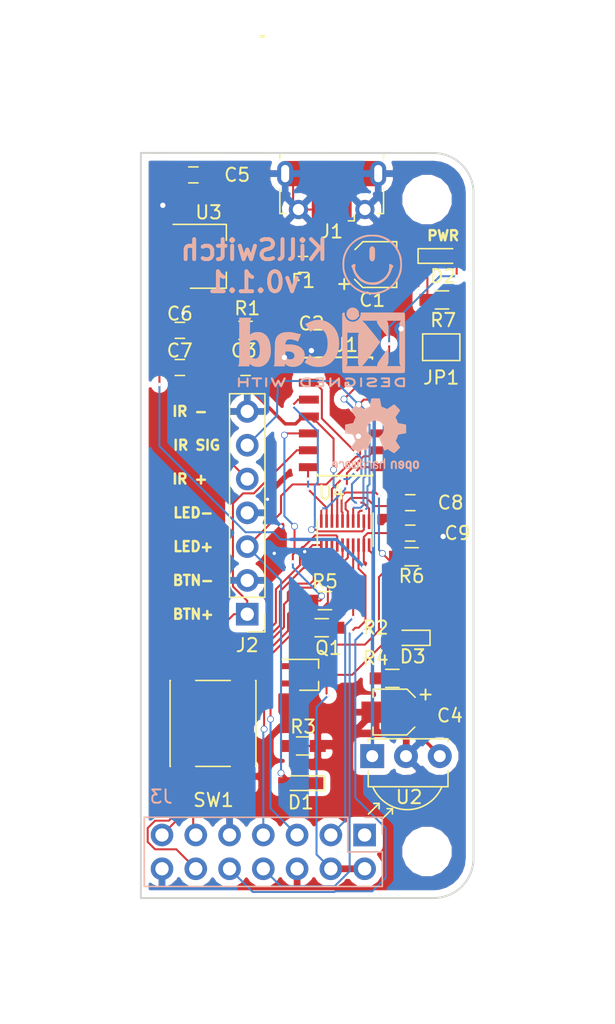
<source format=kicad_pcb>
(kicad_pcb (version 20171130) (host pcbnew 5.0.2-bee76a0~70~ubuntu14.04.1)
  (title_block (title "KillSwitch for Pi 3") (date 2019-03-30) (rev 0.5.6))
  (layers (0 F.Cu signal) (31 B.Cu signal) (34 B.Paste user) (35 F.Paste user) (36 B.SilkS user) (37 F.SilkS user) (38 B.Mask user) (39 F.Mask user) (44 Edge.Cuts user))
  (net 0 "")
  (net 1 GND)
  (net 2 "Net-(D1-Pad1)")
  (net 3 +5V)
  (net 4 "Net-(Q1-Pad1)")
  (net 5 "Net-(C1-Pad1)")
  (net 6 VOUT)
  (net 7 LED)
  (net 8 BTN)
  (net 9 "Net-(C4-Pad1)")
  (net 10 "Net-(R5-Pad1)")
  (net 11 RST_A)
  (net 12 +3V3)
  (net 13 FB_P)
  (net 14 TR_P)
  (net 15 RST_P)
  (net 16 RX_P)
  (net 17 TX_P)
  (net 18 MOSI_P)
  (net 19 MISO_P)
  (net 20 SCK_P)
  (net 21 "Net-(R6-Pad2)")
  (net 22 MISO_A)
  (net 23 MOSI_A)
  (net 24 RX_A)
  (net 25 TX_A)
  (net 26 SCK_A)
  (net 27 TR_A)
  (net 28 FB_A)
  (net 29 IR)
  (net 30 "Net-(D2-Pad1)")
  (net 31 "Net-(JP1-Pad1)")
  (module Jumper:SolderJumper-2_P1.3mm_Bridged2Bar_Pad1.0x1.5mm (layer F.Cu) (at 157.572 83.598 180)
    (fp_text reference JP1 (at 0 -2.286 180) (layer F.SilkS))
    (fp_text value Jumper_NO_Small)
    (pad 1 smd rect (at -0.65 0 180) (size 1 1.5) (layers F.Cu F.Mask) (net 31 "Net-(JP1-Pad1)"))
    (pad 2 smd rect (at 0.65 0 180) (size 1 1.5) (layers F.Cu F.Mask) (net 1 GND))
  )
  (module Housings_SON:USON-20_2x4mm_Pitch0.4mm (layer F.Cu) (at 150.348 97.568 270)
    (fp_text reference U4 (at -3.048 1.016) (layer F.SilkS))
    (fp_text value TXB0108DQSR)
    (pad 20 smd rect (at 0.9 -1.8 180) (size 0.2 1) (layers F.Cu F.Paste F.Mask) (net 17 TX_P))
    (pad 19 smd rect (at 0.9 -1.4 180) (size 0.2 1) (layers F.Cu F.Paste F.Mask) (net 12 +3V3))
    (pad 18 smd rect (at 0.9 -1 180) (size 0.2 1) (layers F.Cu F.Paste F.Mask) (net 16 RX_P))
    (pad 17 smd rect (at 0.9 -0.6 180) (size 0.2 1) (layers F.Cu F.Paste F.Mask) (net 13 FB_P))
    (pad 16 smd rect (at 0.9 -0.2 180) (size 0.2 1) (layers F.Cu F.Paste F.Mask) (net 14 TR_P))
    (pad 15 smd rect (at 0.9 0.2 180) (size 0.2 1) (layers F.Cu F.Paste F.Mask) (net 15 RST_P))
    (pad 14 smd rect (at 0.9 0.6 180) (size 0.2 1) (layers F.Cu F.Paste F.Mask) (net 19 MISO_P))
    (pad 13 smd rect (at 0.9 1 180) (size 0.2 1) (layers F.Cu F.Paste F.Mask) (net 18 MOSI_P))
    (pad 12 smd rect (at 0.9 1.4 180) (size 0.2 1) (layers F.Cu F.Paste F.Mask) (net 20 SCK_P))
    (pad 11 smd rect (at 0.9 1.8 180) (size 0.2 1) (layers F.Cu F.Paste F.Mask) (net 1 GND))
    (pad 10 smd rect (at -0.9 1.8 180) (size 0.2 1) (layers F.Cu F.Paste F.Mask) (net 26 SCK_A))
    (pad 9 smd rect (at -0.9 1.4 180) (size 0.2 1) (layers F.Cu F.Paste F.Mask) (net 23 MOSI_A))
    (pad 8 smd rect (at -0.9 1 180) (size 0.2 1) (layers F.Cu F.Paste F.Mask) (net 22 MISO_A))
    (pad 7 smd rect (at -0.9 0.6 180) (size 0.2 1) (layers F.Cu F.Paste F.Mask) (net 11 RST_A))
    (pad 6 smd rect (at -0.9 0.2 180) (size 0.2 1) (layers F.Cu F.Paste F.Mask) (net 21 "Net-(R6-Pad2)"))
    (pad 5 smd rect (at -0.9 -0.2 180) (size 0.2 1) (layers F.Cu F.Paste F.Mask) (net 3 +5V))
    (pad 4 smd rect (at -0.9 -0.6 180) (size 0.2 1) (layers F.Cu F.Paste F.Mask) (net 27 TR_A))
    (pad 3 smd rect (at -0.9 -1 180) (size 0.2 1) (layers F.Cu F.Paste F.Mask) (net 28 FB_A))
    (pad 2 smd rect (at -0.9 -1.4 180) (size 0.2 1) (layers F.Cu F.Paste F.Mask) (net 24 RX_A))
    (pad 1 smd rect (at -0.85 -1.8 180) (size 0.2 1.1) (layers F.Cu F.Paste F.Mask) (net 25 TX_A))
  )
  (module Housings_SOIC:SOIC-14_3.9x8.7mm_Pitch1.27mm (layer F.Cu) (at 150.315 88.805)
    (fp_text reference U1 (at 0 -5.375) (layer F.SilkS))
    (fp_text value ATTINY84-20SSU)
    (pad 14 smd rect (at 2.7 -3.81) (size 1.5 0.6) (layers F.Cu F.Paste F.Mask) (net 3 +5V))
    (pad 13 smd rect (at 2.7 -2.54) (size 1.5 0.6) (layers F.Cu F.Paste F.Mask) (net 28 FB_A))
    (pad 12 smd rect (at 2.7 -1.27) (size 1.5 0.6) (layers F.Cu F.Paste F.Mask) (net 29 IR))
    (pad 11 smd rect (at 2.7 0) (size 1.5 0.6) (layers F.Cu F.Paste F.Mask) (net 27 TR_A))
    (pad 10 smd rect (at 2.7 1.27) (size 1.5 0.6) (layers F.Cu F.Paste F.Mask) (net 7 LED))
    (pad 9 smd rect (at 2.7 2.54) (size 1.5 0.6) (layers F.Cu F.Paste F.Mask) (net 26 SCK_A))
    (pad 8 smd rect (at 2.7 3.81) (size 1.5 0.6) (layers F.Cu F.Paste F.Mask) (net 22 MISO_A))
    (pad 7 smd rect (at -2.7 3.81) (size 1.5 0.6) (layers F.Cu F.Paste F.Mask) (net 23 MOSI_A))
    (pad 6 smd rect (at -2.7 2.54) (size 1.5 0.6) (layers F.Cu F.Paste F.Mask) (net 8 BTN))
    (pad 5 smd rect (at -2.7 1.27) (size 1.5 0.6) (layers F.Cu F.Paste F.Mask) (net 10 "Net-(R5-Pad1)"))
    (pad 4 smd rect (at -2.7 0) (size 1.5 0.6) (layers F.Cu F.Paste F.Mask) (net 11 RST_A))
    (pad 3 smd rect (at -2.7 -1.27) (size 1.5 0.6) (layers F.Cu F.Paste F.Mask) (net 24 RX_A))
    (pad 2 smd rect (at -2.7 -2.54) (size 1.5 0.6) (layers F.Cu F.Paste F.Mask) (net 25 TX_A))
    (pad 1 smd rect (at -2.7 -3.81) (size 1.5 0.6) (layers F.Cu F.Paste F.Mask) (net 1 GND))
  )
  (module Mounting_Holes:MountingHole_2.7mm (layer F.Cu) (at 156.5 72.5)
    (fp_text reference "" (at 0 -3.7) (layer F.SilkS))
    (fp_text value MountingHole_2.7mm)
    (pad 1 np_thru_hole circle (at 0 0) (size 2.7 2.7) (drill 2.7) (layers *.Cu *.Mask))
  )
  (module Mounting_Holes:MountingHole_2.7mm (layer F.Cu) (at 156.5 121.5)
    (fp_text reference "" (at 0 -3.7) (layer F.SilkS))
    (fp_text value MountingHole_2.7mm)
    (pad 1 np_thru_hole circle (at 0 0) (size 2.7 2.7) (drill 2.7) (layers *.Cu *.Mask))
  )
  (module Buttons_Switches_SMD:SW_SPST_PTS645 (layer F.Cu) (at 140.406 111.876 270)
    (fp_text reference SW1 (at 5.758 -0.036) (layer F.SilkS))
    (fp_text value SW_Push)
    (pad 2 smd rect (at 3.98 2.25 270) (size 1.55 1.3) (layers F.Cu F.Paste F.Mask) (net 8 BTN))
    (pad 1 smd rect (at 3.98 -2.25 270) (size 1.55 1.3) (layers F.Cu F.Paste F.Mask) (net 1 GND))
    (pad 1 smd rect (at -3.98 -2.25 270) (size 1.55 1.3) (layers F.Cu F.Paste F.Mask) (net 1 GND))
    (pad 2 smd rect (at -3.98 2.25 270) (size 1.55 1.3) (layers F.Cu F.Paste F.Mask) (net 8 BTN))
  )
  (module Socket_Strips:Socket_Strip_Straight_2x07_Pitch2.54mm (layer B.Cu) (at 151.81 120.26 90)
    (fp_text reference J3 (at 2.88 -15.305 180) (layer B.SilkS) (effects (justify mirror)))
    (fp_text value PI)
    (pad 14 thru_hole oval (at -2.54 -15.24 90) (size 1.7 1.7) (drill 1) (layers *.Cu *.Mask) (net 1 GND))
    (pad 13 thru_hole oval (at 0 -15.24 90) (size 1.7 1.7) (drill 1) (layers *.Cu *.Mask) (net 20 SCK_P))
    (pad 12 thru_hole oval (at -2.54 -12.7 90) (size 1.7 1.7) (drill 1) (layers *.Cu *.Mask) (net 19 MISO_P))
    (pad 11 thru_hole oval (at 0 -12.7 90) (size 1.7 1.7) (drill 1) (layers *.Cu *.Mask) (net 18 MOSI_P))
    (pad 10 thru_hole oval (at -2.54 -10.16 90) (size 1.7 1.7) (drill 1) (layers *.Cu *.Mask) (net 17 TX_P))
    (pad 9 thru_hole oval (at 0 -10.16 90) (size 1.7 1.7) (drill 1) (layers *.Cu *.Mask) (net 1 GND))
    (pad 8 thru_hole oval (at -2.54 -7.62 90) (size 1.7 1.7) (drill 1) (layers *.Cu *.Mask) (net 16 RX_P))
    (pad 7 thru_hole oval (at 0 -7.62 90) (size 1.7 1.7) (drill 1) (layers *.Cu *.Mask) (net 15 RST_P))
    (pad 6 thru_hole oval (at -2.54 -5.08 90) (size 1.7 1.7) (drill 1) (layers *.Cu *.Mask) (net 1 GND))
    (pad 5 thru_hole oval (at 0 -5.08 90) (size 1.7 1.7) (drill 1) (layers *.Cu *.Mask) (net 14 TR_P))
    (pad 4 thru_hole oval (at -2.54 -2.54 90) (size 1.7 1.7) (drill 1) (layers *.Cu *.Mask) (net 6 VOUT))
    (pad 3 thru_hole oval (at 0 -2.54 90) (size 1.7 1.7) (drill 1) (layers *.Cu *.Mask) (net 13 FB_P))
    (pad 2 thru_hole oval (at -2.54 0 90) (size 1.7 1.7) (drill 1) (layers *.Cu *.Mask) (net 6 VOUT))
    (pad 1 thru_hole rect (at 0 0 90) (size 1.7 1.7) (drill 1) (layers *.Cu *.Mask))
  )
  (module TO_SOT_Packages_SMD:SOT-323_SC-70_Handsoldering (layer F.Cu) (at 147.614 108.221)
    (fp_text reference Q1 (at 1.464 -2.017) (layer F.SilkS))
    (fp_text value Q_PMOS_GSD)
    (pad 3 smd rect (at 1.33 0 270) (size 0.45 1.5) (layers F.Cu F.Paste F.Mask) (net 6 VOUT))
    (pad 2 smd rect (at -1.33 0.65 270) (size 0.45 1.5) (layers F.Cu F.Paste F.Mask) (net 3 +5V))
    (pad 1 smd rect (at -1.33 -0.65 270) (size 0.45 1.5) (layers F.Cu F.Paste F.Mask) (net 4 "Net-(Q1-Pad1)"))
  )
  (module TO_SOT_Packages_SMD:SOT-89-3_Handsoldering (layer F.Cu) (at 139.628 76.764)
    (fp_text reference U3 (at 0.45 -3.3) (layer F.SilkS))
    (fp_text value AZ1117-3.3)
    (pad 2 smd trapezoid (at -0.37 0 90) (size 1.5 0.75) (rect_delta 0 0.5) (layers F.Cu F.Paste F.Mask) (net 12 +3V3))
    (pad 2 smd rect (at 1.98 0 270) (size 2 4) (layers F.Cu F.Paste F.Mask) (net 12 +3V3))
    (pad 3 smd rect (at -1.98 1.5 270) (size 1 2.5) (layers F.Cu F.Paste F.Mask) (net 3 +5V))
    (pad 2 smd rect (at -1.98 0 270) (size 1 2.5) (layers F.Cu F.Paste F.Mask) (net 12 +3V3))
    (pad 1 smd rect (at -1.98 -1.5 270) (size 1 2.5) (layers F.Cu F.Paste F.Mask) (net 1 GND))
  )
  (module Capacitors_SMD:CP_Elec_3x5.3 (layer F.Cu) (at 152.495 77.375)
    (fp_text reference C1 (at -0.115 2.667) (layer F.SilkS))
    (fp_text value 10uF)
    (fp_text user + (at -2.22 1.4) (layer F.SilkS))
    (pad 1 smd rect (at -1.5 0) (size 2.2 1.6) (layers F.Cu F.Paste F.Mask) (net 5 "Net-(C1-Pad1)"))
    (pad 2 smd rect (at 1.5 0) (size 2.2 1.6) (layers F.Cu F.Paste F.Mask) (net 1 GND))
  )
  (module Capacitors_SMD:C_0603_HandSoldering (layer F.Cu) (at 150.995 81.82)
    (fp_text reference C2 (at -3.187 0) (layer F.SilkS))
    (fp_text value 10nF)
    (pad 1 smd rect (at -0.95 0) (size 1.2 0.75) (layers F.Cu F.Paste F.Mask) (net 3 +5V))
    (pad 2 smd rect (at 0.95 0) (size 1.2 0.75) (layers F.Cu F.Paste F.Mask) (net 1 GND))
  )
  (module Capacitors_SMD:C_0603_HandSoldering (layer F.Cu) (at 142.855 85.122)
    (fp_text reference C3 (at -0.127 -1.27) (layer F.SilkS))
    (fp_text value 10nF)
    (pad 2 smd rect (at 0.95 0) (size 1.2 0.75) (layers F.Cu F.Paste F.Mask) (net 1 GND))
    (pad 1 smd rect (at -0.95 0) (size 1.2 0.75) (layers F.Cu F.Paste F.Mask) (net 11 RST_A))
  )
  (module Capacitors_SMD:CP_Elec_3x5.3 (layer F.Cu) (at 154.17 111.03 180)
    (fp_text reference C4 (at -4.052 -0.254 180) (layer F.SilkS))
    (fp_text value 100uf)
    (fp_text user + (at -2.22 1.4 180) (layer F.SilkS))
    (pad 2 smd rect (at 1.5 0 180) (size 2.2 1.6) (layers F.Cu F.Paste F.Mask) (net 1 GND))
    (pad 1 smd rect (at -1.5 0 180) (size 2.2 1.6) (layers F.Cu F.Paste F.Mask) (net 9 "Net-(C4-Pad1)"))
  )
  (module Capacitors_SMD:C_0603_HandSoldering (layer F.Cu) (at 138.93 70.644 180)
    (fp_text reference C5 (at -3.29 0 180) (layer F.SilkS))
    (fp_text value 10uF)
    (pad 2 smd rect (at 0.95 0 180) (size 1.2 0.75) (layers F.Cu F.Paste F.Mask) (net 1 GND))
    (pad 1 smd rect (at -0.95 0 180) (size 1.2 0.75) (layers F.Cu F.Paste F.Mask) (net 3 +5V))
  )
  (module Capacitors_SMD:C_0603_HandSoldering (layer F.Cu) (at 137.914 82.328)
    (fp_text reference C6 (at 0 -1.25) (layer F.SilkS))
    (fp_text value 22uF)
    (pad 1 smd rect (at -0.95 0) (size 1.2 0.75) (layers F.Cu F.Paste F.Mask) (net 12 +3V3))
    (pad 2 smd rect (at 0.95 0) (size 1.2 0.75) (layers F.Cu F.Paste F.Mask) (net 1 GND))
  )
  (module Capacitors_SMD:C_0603_HandSoldering (layer F.Cu) (at 137.914 85.122)
    (fp_text reference C7 (at -0.012 -1.27) (layer F.SilkS))
    (fp_text value 0.1uF)
    (pad 2 smd rect (at 0.95 0) (size 1.2 0.75) (layers F.Cu F.Paste F.Mask) (net 1 GND))
    (pad 1 smd rect (at -0.95 0) (size 1.2 0.75) (layers F.Cu F.Paste F.Mask) (net 12 +3V3))
  )
  (module Capacitors_SMD:C_0603_HandSoldering (layer F.Cu) (at 155.24 95.282)
    (fp_text reference C8 (at 3.036 0) (layer F.SilkS))
    (fp_text value 0.1uf)
    (pad 1 smd rect (at -0.95 0) (size 1.2 0.75) (layers F.Cu F.Paste F.Mask) (net 3 +5V))
    (pad 2 smd rect (at 0.95 0) (size 1.2 0.75) (layers F.Cu F.Paste F.Mask) (net 1 GND))
  )
  (module Capacitors_SMD:C_0603_HandSoldering (layer F.Cu) (at 155.24 97.568)
    (fp_text reference C9 (at 3.556 0) (layer F.SilkS))
    (fp_text value 0.1uF)
    (pad 2 smd rect (at 0.95 0) (size 1.2 0.75) (layers F.Cu F.Paste F.Mask) (net 1 GND))
    (pad 1 smd rect (at -0.95 0) (size 1.2 0.75) (layers F.Cu F.Paste F.Mask) (net 12 +3V3))
  )
  (module LEDs:LED_0603_HandSoldering (layer F.Cu) (at 147.008 116.364 180)
    (fp_text reference D1 (at 0 -1.45 180) (layer F.SilkS))
    (fp_text value LED)
    (pad 1 smd rect (at -1.1 0 180) (size 1.2 0.9) (layers F.Cu F.Paste F.Mask) (net 2 "Net-(D1-Pad1)"))
    (pad 2 smd rect (at 1.1 0 180) (size 1.2 0.9) (layers F.Cu F.Paste F.Mask) (net 7 LED))
  )
  (module Capacitors_SMD:C_0603_HandSoldering (layer F.Cu) (at 147.185 77.375 180)
    (fp_text reference F1 (at 0 -1.25 180) (layer F.SilkS))
    (fp_text value 1A)
    (pad 1 smd rect (at -0.95 0 180) (size 1.2 0.75) (layers F.Cu F.Paste F.Mask) (net 5 "Net-(C1-Pad1)"))
    (pad 2 smd rect (at 0.95 0 180) (size 1.2 0.75) (layers F.Cu F.Paste F.Mask) (net 3 +5V))
  )
  (module Resistors_SMD:R_0603_HandSoldering (layer F.Cu) (at 142.855 82.328 180)
    (fp_text reference R1 (at -0.127 1.651 180) (layer F.SilkS))
    (fp_text value 4.7K)
    (pad 2 smd rect (at 1.1 0 180) (size 1.2 0.9) (layers F.Cu F.Paste F.Mask) (net 11 RST_A))
    (pad 1 smd rect (at -1.1 0 180) (size 1.2 0.9) (layers F.Cu F.Paste F.Mask) (net 3 +5V))
  )
  (module Resistors_SMD:R_0603_HandSoldering (layer F.Cu) (at 148.582 104.68)
    (fp_text reference R2 (at 4.052 0) (layer F.SilkS))
    (fp_text value 50K)
    (pad 2 smd rect (at 1.1 0) (size 1.2 0.9) (layers F.Cu F.Paste F.Mask) (net 4 "Net-(Q1-Pad1)"))
    (pad 1 smd rect (at -1.1 0) (size 1.2 0.9) (layers F.Cu F.Paste F.Mask) (net 3 +5V))
  )
  (module Resistors_SMD:R_0603_HandSoldering (layer F.Cu) (at 147.185 113.57)
    (fp_text reference R3 (at 0 -1.45) (layer F.SilkS))
    (fp_text value 1K)
    (pad 2 smd rect (at 1.1 0) (size 1.2 0.9) (layers F.Cu F.Paste F.Mask) (net 1 GND))
    (pad 1 smd rect (at -1.1 0) (size 1.2 0.9) (layers F.Cu F.Paste F.Mask) (net 2 "Net-(D1-Pad1)"))
  )
  (module Resistors_SMD:R_0603_HandSoldering (layer F.Cu) (at 153.892 108.49 180)
    (fp_text reference R4 (at 1.258 1.524 180) (layer F.SilkS))
    (fp_text value 100)
    (pad 1 smd rect (at -1.1 0 180) (size 1.2 0.9) (layers F.Cu F.Paste F.Mask) (net 3 +5V))
    (pad 2 smd rect (at 1.1 0 180) (size 1.2 0.9) (layers F.Cu F.Paste F.Mask) (net 9 "Net-(C4-Pad1)"))
  )
  (module Resistors_SMD:R_0603_HandSoldering (layer F.Cu) (at 148.824 102.648)
    (fp_text reference R5 (at 0 -1.45) (layer F.SilkS))
    (fp_text value 1K)
    (pad 1 smd rect (at -1.1 0) (size 1.2 0.9) (layers F.Cu F.Paste F.Mask) (net 10 "Net-(R5-Pad1)"))
    (pad 2 smd rect (at 1.1 0) (size 1.2 0.9) (layers F.Cu F.Paste F.Mask) (net 4 "Net-(Q1-Pad1)"))
  )
  (module Resistors_SMD:R_0603_HandSoldering (layer F.Cu) (at 155.344 99.346 180)
    (fp_text reference R6 (at 0 -1.45 180) (layer F.SilkS))
    (fp_text value 10k)
    (pad 1 smd rect (at -1.1 0 180) (size 1.2 0.9) (layers F.Cu F.Paste F.Mask) (net 3 +5V))
    (pad 2 smd rect (at 1.1 0 180) (size 1.2 0.9) (layers F.Cu F.Paste F.Mask) (net 21 "Net-(R6-Pad2)"))
  )
  (module Connectors_USB:USB_Micro-B_Molex-105017-0001 (layer F.Cu) (at 149.332 70.898 180)
    (fp_text reference J1 (at 0 -4 180) (layer F.SilkS))
    (fp_text value PWR_IN)
    (pad 6 smd rect (at 1 0.35 180) (size 1.5 1.9) (layers F.Cu F.Paste F.Mask) (net 1 GND))
    (pad 6 thru_hole circle (at -2.5 -2.35 180) (size 1.45 1.45) (drill 0.85) (layers *.Cu *.Mask) (net 1 GND))
    (pad 2 smd rect (at -0.65 -2.35 180) (size 0.4 1.35) (layers F.Cu F.Paste F.Mask))
    (pad 1 smd rect (at -1.3 -2.35 180) (size 0.4 1.35) (layers F.Cu F.Paste F.Mask) (net 5 "Net-(C1-Pad1)"))
    (pad 5 smd rect (at 1.3 -2.35 180) (size 0.4 1.35) (layers F.Cu F.Paste F.Mask) (net 1 GND))
    (pad 4 smd rect (at 0.65 -2.35 180) (size 0.4 1.35) (layers F.Cu F.Paste F.Mask) (net 1 GND))
    (pad 3 smd rect (at 0 -2.35 180) (size 0.4 1.35) (layers F.Cu F.Paste F.Mask))
    (pad 6 thru_hole circle (at 2.5 -2.35 180) (size 1.45 1.45) (drill 0.85) (layers *.Cu *.Mask) (net 1 GND))
    (pad 6 smd rect (at -1 0.35 180) (size 1.5 1.9) (layers F.Cu F.Paste F.Mask) (net 1 GND))
    (pad 6 thru_hole oval (at -3.5 0.35) (size 1.2 1.9) (drill oval 0.6 1.3) (layers *.Cu *.Mask) (net 1 GND))
    (pad 6 thru_hole oval (at 3.5 0.35 180) (size 1.2 1.9) (drill oval 0.6 1.3) (layers *.Cu *.Mask) (net 1 GND))
    (pad 6 smd rect (at 2.9 0.35 180) (size 1.2 1.9) (layers F.Cu F.Mask) (net 1 GND))
    (pad 6 smd rect (at -2.9 0.35 180) (size 1.2 1.9) (layers F.Cu F.Mask) (net 1 GND))
  )
  (module Opto-Devices:IRReceiver_Vishay_MOLD-3pin (layer F.Cu) (at 152.38 114.332)
    (fp_text reference U2 (at 2.774 3.08 180) (layer F.SilkS))
    (fp_text value TSDP341xx)
    (pad 3 thru_hole circle (at 5.08 0) (size 1.8 1.8) (drill 0.9) (layers *.Cu *.Mask) (net 9 "Net-(C4-Pad1)"))
    (pad 2 thru_hole circle (at 2.54 0) (size 1.8 1.8) (drill 0.9) (layers *.Cu *.Mask) (net 1 GND))
    (pad 1 thru_hole rect (at 0 0) (size 1.8 1.8) (drill 0.9) (layers *.Cu *.Mask) (net 29 IR))
  )
  (module Pin_Headers:Pin_Header_Straight_1x07_Pitch2.54mm (layer F.Cu) (at 142.982 103.664 180)
    (fp_text reference J2 (at 0 -2.33 180) (layer F.SilkS))
    (fp_text value REMOTE)
    (pad 1 thru_hole rect (at 0 0 180) (size 1.7 1.7) (drill 1) (layers *.Cu *.Mask) (net 8 BTN))
    (pad 2 thru_hole oval (at 0 2.54 180) (size 1.7 1.7) (drill 1) (layers *.Cu *.Mask) (net 1 GND))
    (pad 3 thru_hole oval (at 0 5.08 180) (size 1.7 1.7) (drill 1) (layers *.Cu *.Mask) (net 7 LED))
    (pad 4 thru_hole oval (at 0 7.62 180) (size 1.7 1.7) (drill 1) (layers *.Cu *.Mask) (net 1 GND))
    (pad 5 thru_hole oval (at 0 10.16 180) (size 1.7 1.7) (drill 1) (layers *.Cu *.Mask) (net 3 +5V))
    (pad 6 thru_hole oval (at 0 12.7 180) (size 1.7 1.7) (drill 1) (layers *.Cu *.Mask) (net 29 IR))
    (pad 7 thru_hole oval (at 0 15.24 180) (size 1.7 1.7) (drill 1) (layers *.Cu *.Mask) (net 1 GND))
  )
  (module LEDs:LED_0603_HandSoldering (layer F.Cu) (at 157.63 76.74)
    (fp_text reference D2 (at 0.084 1.524 -180) (layer F.SilkS))
    (fp_text value LED)
    (pad 1 smd rect (at -1.1 0) (size 1.2 0.9) (layers F.Cu F.Paste F.Mask) (net 30 "Net-(D2-Pad1)"))
    (pad 2 smd rect (at 1.1 0) (size 1.2 0.9) (layers F.Cu F.Paste F.Mask) (net 3 +5V))
  )
  (module Resistors_SMD:R_0603_HandSoldering (layer F.Cu) (at 157.63 80.042)
    (fp_text reference R7 (at 0.084 1.524 -180) (layer F.SilkS))
    (fp_text value 1K)
    (pad 1 smd rect (at -1.1 0) (size 1.2 0.9) (layers F.Cu F.Paste F.Mask) (net 30 "Net-(D2-Pad1)"))
    (pad 2 smd rect (at 1.1 0) (size 1.2 0.9) (layers F.Cu F.Paste F.Mask) (net 31 "Net-(JP1-Pad1)"))
  )
  (module Symbols:KiCad-Logo2_6mm_SilkScreen (layer B.Cu) (at 148.57 83.598 180)
    (fp_text reference REF*** hide)
    (fp_text value KiCad-Logo2_6mm_SilkScreen hide)
  )
  (module Symbols:OSHW-Logo2_7.3x6mm_SilkScreen (layer B.Cu) (at 152.634 90.202 180)
    (fp_text reference REF*** hide)
    (fp_text value OSHW-Logo2_7.3x6mm_SilkScreen hide)
  )
  (module dh-logo-silk:dh-logo-silk (layer B.Cu) (at 152.38 77.375 180)
    (fp_text reference "" hide)
    (fp_text value "" hide)
  )
  (module Diodes_SMD:D_0603 (layer F.Cu) (at 155.428 105.442 180)
    (fp_text reference D3 (at 0 -1.4 180) (layer F.SilkS))
    (fp_text value D)
    (pad 1 smd rect (at -0.85 0 180) (size 0.6 0.8) (layers F.Cu F.Paste F.Mask) (net 3 +5V))
    (pad 2 smd rect (at 0.85 0 180) (size 0.6 0.8) (layers F.Cu F.Paste F.Mask) (net 6 VOUT))
  )
  (gr_line (start 144.252 60.23) (end 143.998 60.23) (layer F.SilkS) (width 0.2))
  (gr_text PWR (at 157.714 75.216) (layer F.SilkS) (effects (font (size 0.75 0.75) (thickness 0.1875))))
  (gr_text "IR +" (at 138.664 93.504) (layer F.SilkS) (effects (font (size 0.75 0.75) (thickness 0.1875))))
  (gr_text "IR SIG" (at 139.172 90.964) (layer F.SilkS) (effects (font (size 0.75 0.75) (thickness 0.1875))))
  (gr_text "IR -" (at 138.664 88.424) (layer F.SilkS) (effects (font (size 0.75 0.75) (thickness 0.1875))))
  (gr_text "KillSwitch\nv0.1.1" (at 143.49 77.502) (layer B.SilkS) (effects (font (size 1.5 1.5) (thickness 0.3)) (justify mirror)))
  (gr_text BTN- (at 138.918 101.124) (layer F.SilkS) (effects (font (size 0.75 0.75) (thickness 0.1875))))
  (gr_line (start 134.981 125) (end 134.981 68.993) (layer Edge.Cuts) (width 0.15))
  (gr_line (start 140.315 125) (end 134.981 125) (layer Edge.Cuts) (width 0.15))
  (gr_text BTN+ (at 138.918 103.664) (layer F.SilkS) (effects (font (size 0.75 0.75) (thickness 0.1875))))
  (gr_text LED+ (at 138.918 98.584) (layer F.SilkS) (effects (font (size 0.75 0.75) (thickness 0.1875))))
  (gr_text LED- (at 138.918 96.044) (layer F.SilkS) (effects (font (size 0.75 0.75) (thickness 0.1875))))
  (gr_arc (start 157 72) (end 157 69) (angle 90) (layer Edge.Cuts) (width 0.15))
  (gr_arc (start 157 122) (end 160 122) (angle 90) (layer Edge.Cuts) (width 0.15))
  (gr_line (start 157 125) (end 140.35 125) (angle 90) (layer Edge.Cuts) (width 0.15))
  (gr_line (start 160 72) (end 160 122) (angle 90) (layer Edge.Cuts) (width 0.15))
  (gr_line (start 134.981 68.993) (end 157 69) (angle 90) (layer Edge.Cuts) (width 0.15))
  (segment (start 155.936 95.536) (end 155.936 97.302) (width 0.508) (layer F.Cu) (net 1))
  (segment (start 138.18 70.644) (end 138.18 71.527) (width 0.508) (layer F.Cu) (net 1))
  (segment (start 137.648 72.059) (end 138.18 71.527) (width 0.508) (layer F.Cu) (net 1))
  (segment (start 153.245 80.32) (end 153.245 77.375) (width 0.508) (layer F.Cu) (net 1))
  (segment (start 153.42 111.507208) (end 153.42 111.03) (width 0.508) (layer F.Cu) (net 1))
  (segment (start 154.94 113.027208) (end 153.42 111.507208) (width 0.508) (layer F.Cu) (net 1))
  (segment (start 154.94 114.3) (end 154.94 113.027208) (width 0.508) (layer F.Cu) (net 1))
  (segment (start 142.656 115.856) (end 142.656 107.896) (width 0.508) (layer F.Cu) (net 1))
  (segment (start 136.886 73.184) (end 136.632 72.93) (width 0.508) (layer F.Cu) (net 1))
  (segment (start 137.648 73.184) (end 136.886 73.184) (width 0.508) (layer F.Cu) (net 1))
  (via (at 136.632 72.93) (size 1.016) (drill 0.4) (layers F.Cu B.Cu) (net 1))
  (segment (start 137.648 75.264) (end 137.648 73.184) (width 0.508) (layer F.Cu) (net 1))
  (segment (start 137.648 73.184) (end 137.648 72.059) (width 0.508) (layer F.Cu) (net 1))
  (segment (start 151.745 81.82) (end 153.015 80.55) (width 0.508) (layer F.Cu) (net 1))
  (segment (start 153.015 80.55) (end 153.245 80.32) (width 0.508) (layer F.Cu) (net 1))
  (segment (start 147.615 84.045) (end 147.808 83.852) (width 0.254) (layer F.Cu) (net 1))
  (via (at 147.808 83.852) (size 1.016) (drill 0.4) (layers F.Cu B.Cu) (net 1))
  (segment (start 147.615 84.995) (end 147.615 84.045) (width 0.254) (layer F.Cu) (net 1))
  (via (at 145.776 84.36) (size 1.016) (drill 0.4) (layers F.Cu B.Cu) (net 1))
  (segment (start 145.776 84.995) (end 145.776 84.36) (width 0.254) (layer F.Cu) (net 1))
  (segment (start 147.615 84.995) (end 145.776 84.995) (width 0.508) (layer F.Cu) (net 1))
  (segment (start 145.776 84.995) (end 143.605 84.995) (width 0.508) (layer F.Cu) (net 1))
  (segment (start 156.698 97.568) (end 156.952 97.822) (width 0.254) (layer F.Cu) (net 1))
  (via (at 157.714 97.822) (size 1.016) (drill 0.4) (layers F.Cu B.Cu) (net 1))
  (segment (start 147.903366 98.468) (end 147.543683 98.827683) (width 0.15) (layer F.Cu) (net 1))
  (segment (start 148.548 98.468) (end 147.903366 98.468) (width 0.15) (layer F.Cu) (net 1))
  (segment (start 147.935 113.57) (end 147.935 113.37) (width 0.508) (layer F.Cu) (net 1))
  (segment (start 145.521 112.104) (end 142.402 115.223) (width 0.508) (layer F.Cu) (net 1))
  (segment (start 142.656 115.731) (end 142.656 115.856) (width 0.508) (layer F.Cu) (net 1))
  (segment (start 152.512 111.03) (end 150.172 113.37) (width 0.508) (layer F.Cu) (net 1))
  (segment (start 153.42 111.03) (end 152.512 111.03) (width 0.508) (layer F.Cu) (net 1))
  (segment (start 150.172 113.37) (end 147.935 113.37) (width 0.508) (layer F.Cu) (net 1))
  (segment (start 138.664 82.328) (end 138.664 85.122) (width 0.15) (layer F.Cu) (net 1))
  (segment (start 146.432 70.548) (end 148.332 70.548) (width 0.15) (layer F.Cu) (net 1))
  (segment (start 148.332 70.548) (end 150.332 70.548) (width 0.15) (layer F.Cu) (net 1))
  (segment (start 150.332 70.548) (end 152.232 70.548) (width 0.15) (layer F.Cu) (net 1))
  (segment (start 146.432 72.848) (end 146.832 73.248) (width 0.15) (layer F.Cu) (net 1))
  (segment (start 146.432 70.548) (end 146.432 72.848) (width 0.15) (layer F.Cu) (net 1))
  (segment (start 146.832 73.248) (end 148.032 73.248) (width 0.15) (layer F.Cu) (net 1))
  (segment (start 148.032 73.248) (end 148.682 73.248) (width 0.15) (layer F.Cu) (net 1))
  (segment (start 147.535 113.57) (end 148.285 113.57) (width 0.15) (layer F.Cu) (net 1))
  (segment (start 146.069 112.104) (end 147.535 113.57) (width 0.15) (layer F.Cu) (net 1))
  (segment (start 145.521 112.104) (end 146.069 112.104) (width 0.15) (layer F.Cu) (net 1))
  (via (at 147.3 98.965) (size 0.255) (drill 0.254) (layers F.Cu B.Cu) (net 1))
  (segment (start 147.543683 98.827683) (end 147.437317 98.827683) (width 0.1524) (layer F.Cu) (net 1))
  (segment (start 147.437317 98.827683) (end 147.3 98.965) (width 0.1524) (layer F.Cu) (net 1))
  (segment (start 156.952 97.822) (end 157.714 97.822) (width 0.1524) (layer F.Cu) (net 1))
  (segment (start 156.922 83.598) (end 155.936 83.598) (width 0.1524) (layer F.Cu) (net 1))
  (segment (start 155.936 83.598) (end 154.551862 82.213862) (width 0.1524) (layer F.Cu) (net 1))
  (segment (start 153.015 80.55) (end 153.015 80.677) (width 0.254) (layer F.Cu) (net 1))
  (via (at 154.551862 82.213862) (size 1.016) (drill 0.4) (layers F.Cu B.Cu) (net 1))
  (segment (start 153.015 80.677) (end 154.551862 82.213862) (width 0.254) (layer F.Cu) (net 1))
  (via (at 145.014 99.092) (size 0.255) (drill 0.254) (layers F.Cu B.Cu) (net 1))
  (via (at 144.506 95.028) (size 0.255) (drill 0.254) (layers F.Cu B.Cu) (net 1))
  (via (at 145.522 97.06) (size 0.255) (drill 0.254) (layers F.Cu B.Cu) (net 1))
  (via (at 138.156 81.058) (size 0.255) (drill 0.254) (layers F.Cu B.Cu) (net 1))
  (segment (start 146.435 114.991) (end 147.808 116.364) (width 0.254) (layer F.Cu) (net 2))
  (segment (start 146.435 113.57) (end 146.435 114.991) (width 0.254) (layer F.Cu) (net 2))
  (segment (start 143.605 82.455) (end 143.605 80.18) (width 0.508) (layer F.Cu) (net 3))
  (segment (start 146.41 77.375) (end 146.435 77.375) (width 0.508) (layer F.Cu) (net 3))
  (segment (start 144.036999 75.001999) (end 146.41 77.375) (width 0.508) (layer F.Cu) (net 3))
  (segment (start 141.654999 75.001999) (end 144.036999 75.001999) (width 0.508) (layer F.Cu) (net 3))
  (segment (start 139.68 73.027) (end 141.654999 75.001999) (width 0.508) (layer F.Cu) (net 3))
  (segment (start 139.68 70.644) (end 139.68 73.027) (width 0.508) (layer F.Cu) (net 3))
  (segment (start 146.435 77.375) (end 146.435 78.865) (width 0.508) (layer F.Cu) (net 3))
  (segment (start 154.273 84.995) (end 154.527001 85.249001) (width 0.508) (layer F.Cu) (net 3))
  (segment (start 153.015 84.995) (end 154.273 84.995) (width 0.508) (layer F.Cu) (net 3))
  (segment (start 154.527001 85.249001) (end 154.527001 93.25) (width 0.508) (layer F.Cu) (net 3))
  (segment (start 149.39 81.82) (end 150.245 81.82) (width 0.254) (layer F.Cu) (net 3))
  (segment (start 146.435 78.865) (end 149.39 81.82) (width 0.254) (layer F.Cu) (net 3))
  (segment (start 150.245 82.449) (end 150.348 82.552) (width 0.254) (layer F.Cu) (net 3))
  (segment (start 150.245 81.82) (end 150.245 82.449) (width 0.254) (layer F.Cu) (net 3))
  (segment (start 152.565 84.995) (end 153.015 84.995) (width 0.254) (layer F.Cu) (net 3))
  (segment (start 150.348 82.778) (end 152.565 84.995) (width 0.254) (layer F.Cu) (net 3))
  (segment (start 150.348 82.552) (end 150.348 82.778) (width 0.254) (layer F.Cu) (net 3))
  (segment (start 157.928402 99.6) (end 157.968002 99.6396) (width 0.254) (layer F.Cu) (net 3))
  (segment (start 155.936 99.6) (end 157.928402 99.6) (width 0.254) (layer F.Cu) (net 3))
  (segment (start 157.968002 99.6396) (end 157.206 100.401602) (width 0.508) (layer F.Cu) (net 3))
  (segment (start 154.642 108.29) (end 154.642 108.49) (width 0.15) (layer F.Cu) (net 3))
  (segment (start 141.943 78.518) (end 143.605 80.18) (width 0.508) (layer F.Cu) (net 3))
  (segment (start 138.652 78.518) (end 141.943 78.518) (width 0.508) (layer F.Cu) (net 3))
  (segment (start 138.398 78.264) (end 138.652 78.518) (width 0.508) (layer F.Cu) (net 3))
  (segment (start 137.648 78.264) (end 138.398 78.264) (width 0.508) (layer F.Cu) (net 3))
  (segment (start 141.943 78.518) (end 145.268 78.518) (width 0.15) (layer F.Cu) (net 3))
  (segment (start 146.01 77.375) (end 146.235 77.375) (width 0.15) (layer F.Cu) (net 3))
  (segment (start 145.268 78.117) (end 146.01 77.375) (width 0.15) (layer F.Cu) (net 3))
  (segment (start 145.268 78.518) (end 145.268 78.117) (width 0.15) (layer F.Cu) (net 3))
  (segment (start 153.356398 100.401602) (end 157.206 100.401602) (width 0.15) (layer F.Cu) (net 3))
  (segment (start 152.888 100.87) (end 153.356398 100.401602) (width 0.15) (layer F.Cu) (net 3))
  (segment (start 152.888 104.891844) (end 152.888 100.87) (width 0.15) (layer F.Cu) (net 3))
  (segment (start 152.141844 105.638) (end 152.888 104.891844) (width 0.15) (layer F.Cu) (net 3))
  (segment (start 147.554 108.126) (end 147.554 105.558) (width 0.15) (layer F.Cu) (net 3))
  (segment (start 146.809 108.871) (end 147.554 108.126) (width 0.15) (layer F.Cu) (net 3))
  (segment (start 146.284 108.871) (end 146.809 108.871) (width 0.15) (layer F.Cu) (net 3))
  (segment (start 147.482 105.486) (end 147.482 104.68) (width 0.1524) (layer F.Cu) (net 3))
  (segment (start 147.554 105.558) (end 147.482 105.486) (width 0.1524) (layer F.Cu) (net 3))
  (segment (start 147.935 104.68) (end 147.482 104.68) (width 0.1524) (layer F.Cu) (net 3))
  (segment (start 149.205 105.95) (end 147.935 104.68) (width 0.1524) (layer F.Cu) (net 3))
  (segment (start 151.829844 105.95) (end 149.205 105.95) (width 0.1524) (layer F.Cu) (net 3))
  (segment (start 152.141844 105.638) (end 151.829844 105.95) (width 0.1524) (layer F.Cu) (net 3))
  (segment (start 137.648 78.9164) (end 139.7562 81.0246) (width 0.1524) (layer F.Cu) (net 3))
  (segment (start 137.648 78.264) (end 137.648 78.9164) (width 0.1524) (layer F.Cu) (net 3))
  (segment (start 158.984 98.623602) (end 157.968002 99.6396) (width 0.508) (layer F.Cu) (net 3))
  (segment (start 158.984 96.437398) (end 158.984 98.623602) (width 0.508) (layer F.Cu) (net 3))
  (segment (start 155.796602 93.25) (end 158.984 96.437398) (width 0.508) (layer F.Cu) (net 3))
  (segment (start 154.527001 93.25) (end 155.796602 93.25) (width 0.508) (layer F.Cu) (net 3))
  (segment (start 153.142 84.868) (end 153.015 84.995) (width 0.1524) (layer F.Cu) (net 3))
  (via (at 158.73 78.264) (size 0.255) (drill 0.254) (layers F.Cu B.Cu) (net 3))
  (segment (start 158.73 76.74) (end 158.73 78.264) (width 0.1524) (layer F.Cu) (net 3))
  (segment (start 158.73 78.264) (end 157.46 78.264) (width 0.1524) (layer B.Cu) (net 3))
  (via (at 153.65 83.344) (size 0.255) (drill 0.254) (layers F.Cu B.Cu) (net 3))
  (segment (start 153.65 82.074) (end 153.65 83.344) (width 0.1524) (layer B.Cu) (net 3))
  (segment (start 157.46 78.264) (end 153.65 82.074) (width 0.1524) (layer B.Cu) (net 3))
  (segment (start 153.65 84.36) (end 153.015 84.995) (width 0.1524) (layer F.Cu) (net 3))
  (segment (start 153.65 83.344) (end 153.65 84.36) (width 0.1524) (layer F.Cu) (net 3))
  (segment (start 139.7562 90.2782) (end 142.982 93.504) (width 0.1524) (layer F.Cu) (net 3))
  (segment (start 139.7562 81.0246) (end 139.7562 90.2782) (width 0.1524) (layer F.Cu) (net 3))
  (segment (start 155.8256 105.442) (end 156.278 105.442) (width 0.1524) (layer F.Cu) (net 3))
  (segment (start 155.196999 104.813399) (end 155.8256 105.442) (width 0.1524) (layer F.Cu) (net 3))
  (segment (start 152.966445 104.813399) (end 155.196999 104.813399) (width 0.1524) (layer F.Cu) (net 3))
  (segment (start 152.888 104.891844) (end 152.966445 104.813399) (width 0.1524) (layer F.Cu) (net 3))
  (segment (start 155.142 108.49) (end 154.992 108.49) (width 0.1524) (layer F.Cu) (net 3))
  (segment (start 156.278 107.354) (end 155.142 108.49) (width 0.1524) (layer F.Cu) (net 3))
  (segment (start 156.278 105.442) (end 156.278 107.354) (width 0.1524) (layer F.Cu) (net 3))
  (segment (start 154.236 95.536) (end 154.236 93.541001) (width 0.15) (layer F.Cu) (net 3))
  (segment (start 152.55537 95.536) (end 154.236 95.536) (width 0.15) (layer F.Cu) (net 3))
  (segment (start 150.755977 94.927099) (end 151.946469 94.927099) (width 0.15) (layer F.Cu) (net 3))
  (segment (start 150.379398 95.303678) (end 150.755977 94.927099) (width 0.15) (layer F.Cu) (net 3))
  (segment (start 150.548 95.936924) (end 150.379398 95.768322) (width 0.15) (layer F.Cu) (net 3))
  (segment (start 150.548 96.668) (end 150.548 95.936924) (width 0.15) (layer F.Cu) (net 3))
  (segment (start 151.946469 94.927099) (end 152.55537 95.536) (width 0.15) (layer F.Cu) (net 3))
  (segment (start 150.379398 95.768322) (end 150.379398 95.303678) (width 0.15) (layer F.Cu) (net 3))
  (segment (start 154.236 93.541001) (end 154.527001 93.25) (width 0.15) (layer F.Cu) (net 3))
  (segment (start 149.574 104.438) (end 149.332 104.68) (width 0.254) (layer F.Cu) (net 4))
  (segment (start 149.682 102.89) (end 149.924 102.648) (width 0.15) (layer F.Cu) (net 4))
  (segment (start 149.682 104.68) (end 149.682 102.89) (width 0.15) (layer F.Cu) (net 4))
  (segment (start 146.700079 104.002599) (end 148.254599 104.002599) (width 0.15) (layer F.Cu) (net 4))
  (segment (start 146.654599 106.825401) (end 146.654599 104.048079) (width 0.15) (layer F.Cu) (net 4))
  (segment (start 146.284 107.196) (end 146.654599 106.825401) (width 0.15) (layer F.Cu) (net 4))
  (segment (start 146.284 107.571) (end 146.284 107.196) (width 0.15) (layer F.Cu) (net 4))
  (segment (start 148.254599 104.002599) (end 148.932 104.68) (width 0.15) (layer F.Cu) (net 4))
  (segment (start 148.932 104.68) (end 149.682 104.68) (width 0.15) (layer F.Cu) (net 4))
  (segment (start 146.654599 104.048079) (end 146.700079 104.002599) (width 0.15) (layer F.Cu) (net 4))
  (segment (start 151.745 77.375) (end 148.443 77.375) (width 0.508) (layer F.Cu) (net 5))
  (segment (start 148.443 77.375) (end 147.935 77.375) (width 0.508) (layer F.Cu) (net 5))
  (segment (start 150.995 76.425) (end 150.995 77.375) (width 0.15) (layer F.Cu) (net 5))
  (segment (start 150.632 76.062) (end 150.995 76.425) (width 0.15) (layer F.Cu) (net 5))
  (segment (start 150.632 73.248) (end 150.632 76.062) (width 0.15) (layer F.Cu) (net 5))
  (segment (start 149.27 122.8) (end 151.81 122.8) (width 0.508) (layer F.Cu) (net 6))
  (segment (start 150.871 108.221) (end 153.65 105.442) (width 0.1524) (layer F.Cu) (net 6))
  (segment (start 153.65 105.442) (end 154.578 105.442) (width 0.1524) (layer F.Cu) (net 6))
  (segment (start 148.944 108.221) (end 150.871 108.221) (width 0.1524) (layer F.Cu) (net 6))
  (via (at 149.078 109.76) (size 0.255) (drill 0.254) (layers F.Cu B.Cu) (net 6))
  (segment (start 148.944 109.626) (end 149.078 109.76) (width 0.1524) (layer F.Cu) (net 6))
  (segment (start 148.944 108.221) (end 148.944 109.626) (width 0.1524) (layer F.Cu) (net 6))
  (segment (start 148.420001 121.950001) (end 149.27 122.8) (width 0.1524) (layer B.Cu) (net 6))
  (segment (start 148.191399 121.721399) (end 148.420001 121.950001) (width 0.1524) (layer B.Cu) (net 6))
  (segment (start 148.191399 110.646601) (end 148.191399 121.721399) (width 0.1524) (layer B.Cu) (net 6))
  (segment (start 149.078 109.76) (end 148.191399 110.646601) (width 0.1524) (layer B.Cu) (net 6))
  (via (at 145.522 115.602) (size 0.508) (drill 0.4) (layers F.Cu B.Cu) (net 7))
  (segment (start 146.208 116.288) (end 145.522 115.602) (width 0.254) (layer F.Cu) (net 7))
  (segment (start 146.208 116.364) (end 146.208 116.288) (width 0.254) (layer F.Cu) (net 7))
  (segment (start 145.522 101.124) (end 142.982 98.584) (width 0.1524) (layer B.Cu) (net 7))
  (segment (start 145.522 115.602) (end 145.522 101.124) (width 0.1524) (layer B.Cu) (net 7))
  (segment (start 143.831999 97.734001) (end 142.982 98.584) (width 0.1524) (layer F.Cu) (net 7))
  (segment (start 146.386102 93.909898) (end 145.522 94.774) (width 0.1524) (layer F.Cu) (net 7))
  (segment (start 149.705003 93.286469) (end 149.549531 93.286469) (width 0.1524) (layer F.Cu) (net 7))
  (segment (start 149.549531 93.286469) (end 148.926102 93.909898) (width 0.1524) (layer F.Cu) (net 7))
  (segment (start 145.522 94.774) (end 145.522 96.044) (width 0.1524) (layer F.Cu) (net 7))
  (segment (start 145.522 96.044) (end 143.831999 97.734001) (width 0.1524) (layer F.Cu) (net 7))
  (segment (start 151.28093 91.828102) (end 151.16337 91.828102) (width 0.1524) (layer F.Cu) (net 7))
  (segment (start 151.16337 91.828102) (end 149.705003 93.286469) (width 0.1524) (layer F.Cu) (net 7))
  (segment (start 148.926102 93.909898) (end 146.386102 93.909898) (width 0.1524) (layer F.Cu) (net 7))
  (segment (start 151.466102 91.173898) (end 151.466102 91.64293) (width 0.1524) (layer F.Cu) (net 7))
  (segment (start 152.565 90.075) (end 151.466102 91.173898) (width 0.1524) (layer F.Cu) (net 7))
  (segment (start 153.015 90.075) (end 152.565 90.075) (width 0.1524) (layer F.Cu) (net 7))
  (segment (start 151.466102 91.64293) (end 151.28093 91.828102) (width 0.1524) (layer F.Cu) (net 7))
  (segment (start 138.156 107.896) (end 138.156 115.856) (width 0.254) (layer F.Cu) (net 8))
  (segment (start 141.9796 103.664) (end 142.982 103.664) (width 0.1524) (layer F.Cu) (net 8))
  (segment (start 138.156 107.4876) (end 141.9796 103.664) (width 0.1524) (layer F.Cu) (net 8))
  (segment (start 138.156 107.896) (end 138.156 107.4876) (width 0.1524) (layer F.Cu) (net 8))
  (segment (start 142.982 102.6616) (end 142.982 103.664) (width 0.1524) (layer F.Cu) (net 8))
  (segment (start 141.903399 101.582999) (end 142.982 102.6616) (width 0.1524) (layer F.Cu) (net 8))
  (segment (start 141.903399 95.344601) (end 141.903399 101.582999) (width 0.1524) (layer F.Cu) (net 8))
  (segment (start 142.665399 94.582601) (end 141.903399 95.344601) (width 0.1524) (layer F.Cu) (net 8))
  (segment (start 146.7126 91.345) (end 143.474999 94.582601) (width 0.1524) (layer F.Cu) (net 8))
  (segment (start 143.474999 94.582601) (end 142.665399 94.582601) (width 0.1524) (layer F.Cu) (net 8))
  (segment (start 147.615 91.345) (end 146.7126 91.345) (width 0.1524) (layer F.Cu) (net 8))
  (segment (start 154.92 111.74) (end 154.92 111.03) (width 0.254) (layer F.Cu) (net 9))
  (segment (start 157.48 114.3) (end 154.92 111.74) (width 0.254) (layer F.Cu) (net 9))
  (segment (start 154.895 111.03) (end 154.92 111.03) (width 0.15) (layer F.Cu) (net 9))
  (segment (start 153.142 109.277) (end 154.895 111.03) (width 0.15) (layer F.Cu) (net 9))
  (segment (start 153.142 108.49) (end 153.142 109.277) (width 0.15) (layer F.Cu) (net 9))
  (segment (start 148.065 87.535) (end 148.192 87.662) (width 0.15) (layer F.Cu) (net 24))
  (segment (start 147.615 87.535) (end 148.065 87.535) (width 0.15) (layer F.Cu) (net 24))
  (via (at 146.538 97.06) (size 0.508) (drill 0.4) (layers F.Cu B.Cu) (net 10))
  (segment (start 148.074 102.648) (end 148.474 102.648) (width 0.15) (layer F.Cu) (net 10))
  (segment (start 148.474 102.648) (end 148.562881 102.559119) (width 0.15) (layer F.Cu) (net 10))
  (via (at 148.562881 102.296488) (size 0.508) (drill 0.4) (layers F.Cu B.Cu) (net 10))
  (segment (start 148.562881 102.559119) (end 148.562881 102.296488) (width 0.15) (layer F.Cu) (net 10))
  (segment (start 146.538 97.06) (end 146.538 99.056245) (width 0.15) (layer F.Cu) (net 10))
  (via (at 146.411 99.727002) (size 0.255) (drill 0.254) (layers F.Cu B.Cu) (net 10))
  (segment (start 146.411 100.144607) (end 146.411 99.727002) (width 0.15) (layer B.Cu) (net 10))
  (segment (start 148.562881 102.296488) (end 146.411 100.144607) (width 0.15) (layer B.Cu) (net 10))
  (segment (start 146.411 99.183245) (end 146.411 99.727002) (width 0.1524) (layer F.Cu) (net 10))
  (segment (start 146.538 99.056245) (end 146.411 99.183245) (width 0.1524) (layer F.Cu) (net 10))
  (segment (start 147.996 89.186) (end 147.615 88.805) (width 0.15) (layer F.Cu) (net 11))
  (segment (start 145.84 89.359) (end 142.105 85.624) (width 0.254) (layer F.Cu) (net 11))
  (segment (start 142.105 84.995) (end 142.105 82.455) (width 0.254) (layer F.Cu) (net 11))
  (segment (start 146.611 89.359) (end 145.84 89.359) (width 0.254) (layer F.Cu) (net 11))
  (segment (start 142.105 85.624) (end 142.105 84.995) (width 0.254) (layer F.Cu) (net 11))
  (segment (start 147.165 88.805) (end 146.611 89.359) (width 0.254) (layer F.Cu) (net 11))
  (segment (start 147.615 88.805) (end 147.165 88.805) (width 0.254) (layer F.Cu) (net 11))
  (segment (start 137.648 76.764) (end 141.608 76.764) (width 0.254) (layer F.Cu) (net 12))
  (segment (start 135.762999 77.145001) (end 135.762999 79.427999) (width 0.254) (layer F.Cu) (net 12))
  (segment (start 136.144 76.764) (end 135.762999 77.145001) (width 0.254) (layer F.Cu) (net 12))
  (segment (start 137.648 76.764) (end 136.144 76.764) (width 0.254) (layer F.Cu) (net 12))
  (segment (start 151.748 97.862279) (end 151.748 98.468) (width 0.15) (layer F.Cu) (net 12))
  (segment (start 154.17 97.568) (end 152.042279 97.568) (width 0.15) (layer F.Cu) (net 12))
  (segment (start 152.042279 97.568) (end 151.748 97.862279) (width 0.15) (layer F.Cu) (net 12))
  (segment (start 151.748 98.468) (end 151.748 99.73) (width 0.15) (layer F.Cu) (net 12))
  (segment (start 151.872499 99.980501) (end 151.745 100.108) (width 0.15) (layer F.Cu) (net 12))
  (segment (start 151.833574 99.815574) (end 151.871501 99.853501) (width 0.254) (layer F.Cu) (net 12))
  (segment (start 151.748 99.73) (end 151.871501 99.853501) (width 0.15) (layer F.Cu) (net 12))
  (via (at 151.745 100.108) (size 0.255) (drill 0.254) (layers F.Cu B.Cu) (net 12))
  (segment (start 151.872499 99.854499) (end 151.872499 99.980501) (width 0.15) (layer F.Cu) (net 12))
  (segment (start 149.679682 98.042682) (end 151.745 100.108) (width 0.254) (layer B.Cu) (net 12))
  (segment (start 146.260864 98.042682) (end 149.679682 98.042682) (width 0.254) (layer B.Cu) (net 12))
  (segment (start 151.871501 99.853501) (end 151.872499 99.854499) (width 0.15) (layer F.Cu) (net 12))
  (segment (start 136.964 82.8554) (end 137.0384 82.9298) (width 0.1524) (layer F.Cu) (net 12))
  (segment (start 136.964 82.328) (end 136.964 82.8554) (width 0.1524) (layer F.Cu) (net 12))
  (segment (start 136.964 80.629) (end 136.964 82.328) (width 0.1524) (layer F.Cu) (net 12))
  (segment (start 135.762999 79.427999) (end 136.964 80.629) (width 0.1524) (layer F.Cu) (net 12))
  (segment (start 136.964 82.328) (end 136.964 85.122) (width 0.1524) (layer F.Cu) (net 12))
  (segment (start 136.378 85.708) (end 136.964 85.122) (width 0.1524) (layer F.Cu) (net 12))
  (segment (start 136.378 91.03633) (end 136.378 86.392) (width 0.1524) (layer B.Cu) (net 12))
  (segment (start 146.260864 98.042682) (end 145.488682 98.042682) (width 0.1524) (layer B.Cu) (net 12))
  (via (at 136.378 86.392) (size 0.255) (drill 0.254) (layers F.Cu B.Cu) (net 12))
  (segment (start 136.378 86.392) (end 136.378 85.708) (width 0.1524) (layer F.Cu) (net 12))
  (segment (start 142.847069 97.505399) (end 136.378 91.03633) (width 0.1524) (layer B.Cu) (net 12))
  (segment (start 144.951399 97.505399) (end 142.847069 97.505399) (width 0.1524) (layer B.Cu) (net 12))
  (segment (start 145.488682 98.042682) (end 144.951399 97.505399) (width 0.1524) (layer B.Cu) (net 12))
  (segment (start 150.948 98.468) (end 150.948 103.918) (width 0.15) (layer F.Cu) (net 13))
  (segment (start 150.948 103.918) (end 150.948 103.959184) (width 0.15) (layer F.Cu) (net 13))
  (segment (start 150.348 119.182) (end 149.27 120.26) (width 0.15) (layer B.Cu) (net 13))
  (segment (start 150.348 104.518) (end 150.348 119.182) (width 0.15) (layer B.Cu) (net 13))
  (segment (start 150.948 103.918) (end 150.348 104.518) (width 0.15) (layer B.Cu) (net 13))
  (via (at 150.948 103.918) (size 0.255) (drill 0.254) (layers F.Cu B.Cu) (net 13))
  (segment (start 144.73341 118.26341) (end 144.73341 111.551929) (width 0.15) (layer B.Cu) (net 14))
  (via (at 144.73341 111.551929) (size 0.508) (drill 0.4) (layers F.Cu B.Cu) (net 14))
  (segment (start 146.792 120.322) (end 144.73341 118.26341) (width 0.15) (layer B.Cu) (net 14))
  (segment (start 144.73341 106.73859) (end 144.73341 111.551929) (width 0.1524) (layer F.Cu) (net 14))
  (segment (start 145.397967 106.074033) (end 144.73341 106.73859) (width 0.1524) (layer F.Cu) (net 14))
  (segment (start 150.548 98.468) (end 150.548 99.406789) (width 0.15) (layer F.Cu) (net 14))
  (segment (start 149.044282 102.78704) (end 148.131134 103.700188) (width 0.15) (layer F.Cu) (net 14))
  (segment (start 146.352188 105.119812) (end 145.397967 106.074033) (width 0.15) (layer F.Cu) (net 14))
  (segment (start 149.044282 100.910507) (end 149.044282 102.78704) (width 0.15) (layer F.Cu) (net 14))
  (segment (start 148.131134 103.700188) (end 146.574817 103.700188) (width 0.15) (layer F.Cu) (net 14))
  (segment (start 146.574817 103.700188) (end 146.352188 103.922817) (width 0.15) (layer F.Cu) (net 14))
  (segment (start 150.548 99.406789) (end 149.044282 100.910507) (width 0.15) (layer F.Cu) (net 14))
  (segment (start 146.352188 103.922817) (end 146.352188 105.119812) (width 0.15) (layer F.Cu) (net 14))
  (via (at 144.2496 112.300002) (size 0.508) (drill 0.4) (layers F.Cu B.Cu) (net 15))
  (segment (start 144.19 120.26) (end 144.19 112.359602) (width 0.15) (layer B.Cu) (net 15))
  (segment (start 144.19 112.359602) (end 144.2496 112.300002) (width 0.15) (layer B.Cu) (net 15))
  (segment (start 150.148 98.468) (end 150.148 99.379117) (width 0.15) (layer F.Cu) (net 15))
  (segment (start 150.148 99.379117) (end 147.858928 101.668189) (width 0.15) (layer F.Cu) (net 15))
  (segment (start 146.594189 101.890817) (end 146.594189 102.303581) (width 0.15) (layer F.Cu) (net 15))
  (segment (start 147.858928 101.668189) (end 146.816816 101.66819) (width 0.15) (layer F.Cu) (net 15))
  (segment (start 144.428602 106.456768) (end 144.2496 106.63577) (width 0.15) (layer F.Cu) (net 15))
  (segment (start 144.2496 106.63577) (end 144.2496 112.300002) (width 0.15) (layer F.Cu) (net 15))
  (segment (start 146.816816 101.66819) (end 146.594189 101.890817) (width 0.15) (layer F.Cu) (net 15))
  (segment (start 144.428602 106.456768) (end 144.507232 106.456768) (width 0.1524) (layer F.Cu) (net 15))
  (segment (start 146.048577 104.915423) (end 146.048577 103.645423) (width 0.1524) (layer F.Cu) (net 15))
  (segment (start 144.507232 106.456768) (end 146.048577 104.915423) (width 0.1524) (layer F.Cu) (net 15))
  (segment (start 146.048577 103.645423) (end 146.594189 103.099811) (width 0.1524) (layer F.Cu) (net 15))
  (segment (start 146.594189 103.099811) (end 146.594189 102.303581) (width 0.1524) (layer F.Cu) (net 15))
  (segment (start 150.856 104.934) (end 150.809989 104.980011) (width 0.15) (layer B.Cu) (net 16))
  (via (at 150.809989 104.980011) (size 0.255) (drill 0.254) (layers F.Cu B.Cu) (net 16))
  (segment (start 145.039999 123.649999) (end 144.19 122.8) (width 0.15) (layer B.Cu) (net 16))
  (segment (start 145.501 124.111) (end 145.039999 123.649999) (width 0.15) (layer B.Cu) (net 16))
  (segment (start 149.553554 124.111) (end 145.501 124.111) (width 0.15) (layer B.Cu) (net 16))
  (segment (start 150.68249 122.982064) (end 149.553554 124.111) (width 0.15) (layer B.Cu) (net 16))
  (segment (start 150.68249 105.10751) (end 150.68249 122.982064) (width 0.15) (layer B.Cu) (net 16))
  (segment (start 150.809989 104.980011) (end 150.68249 105.10751) (width 0.15) (layer B.Cu) (net 16))
  (segment (start 151.363999 104.680001) (end 151.109999 104.680001) (width 0.15) (layer F.Cu) (net 16))
  (segment (start 151.348 100.236256) (end 151.872 100.760256) (width 0.15) (layer F.Cu) (net 16))
  (segment (start 151.872 104.172) (end 151.363999 104.680001) (width 0.15) (layer F.Cu) (net 16))
  (segment (start 151.348 98.468) (end 151.348 100.236256) (width 0.15) (layer F.Cu) (net 16))
  (segment (start 151.109999 104.680001) (end 150.856 104.934) (width 0.15) (layer F.Cu) (net 16))
  (segment (start 151.872 100.760256) (end 151.872 104.172) (width 0.15) (layer F.Cu) (net 16))
  (segment (start 152.398 104.323423) (end 151.764534 104.956889) (width 0.15) (layer F.Cu) (net 17))
  (segment (start 152.398 99.118) (end 152.398 104.323423) (width 0.15) (layer F.Cu) (net 17))
  (segment (start 152.148 98.868) (end 152.398 99.118) (width 0.15) (layer F.Cu) (net 17))
  (segment (start 152.148 98.468) (end 152.148 98.868) (width 0.15) (layer F.Cu) (net 17))
  (via (at 151.764534 104.956889) (size 0.255) (drill 0.254) (layers F.Cu B.Cu) (net 17))
  (segment (start 151.11 105.611423) (end 151.764534 104.956889) (width 0.15) (layer B.Cu) (net 17))
  (segment (start 149.551816 124.540411) (end 149.600227 124.492) (width 0.15) (layer B.Cu) (net 17))
  (segment (start 149.600227 124.492) (end 152.38 124.492) (width 0.15) (layer B.Cu) (net 17))
  (segment (start 153.396 119.740998) (end 151.11 117.454998) (width 0.15) (layer B.Cu) (net 17))
  (segment (start 151.11 117.454998) (end 151.11 105.611423) (width 0.15) (layer B.Cu) (net 17))
  (segment (start 153.396 123.476) (end 153.396 119.740998) (width 0.15) (layer B.Cu) (net 17))
  (segment (start 143.390411 124.540411) (end 149.551816 124.540411) (width 0.15) (layer B.Cu) (net 17))
  (segment (start 141.65 122.8) (end 143.390411 124.540411) (width 0.15) (layer B.Cu) (net 17))
  (segment (start 152.38 124.492) (end 153.396 123.476) (width 0.15) (layer B.Cu) (net 17))
  (segment (start 146.691056 101.36458) (end 147.733167 101.36458) (width 0.1524) (layer F.Cu) (net 18))
  (segment (start 145.743766 104.637514) (end 145.743766 102.923476) (width 0.1524) (layer F.Cu) (net 18))
  (segment (start 147.733167 101.36458) (end 147.9794 101.118347) (width 0.1524) (layer F.Cu) (net 18))
  (segment (start 143.488881 106.892399) (end 145.743766 104.637514) (width 0.1524) (layer F.Cu) (net 18))
  (segment (start 139.426001 109.289517) (end 141.823119 106.892399) (width 0.1524) (layer F.Cu) (net 18))
  (segment (start 139.426001 114.434637) (end 139.426001 109.289517) (width 0.1524) (layer F.Cu) (net 18))
  (segment (start 139.63942 114.648056) (end 139.426001 114.434637) (width 0.1524) (layer F.Cu) (net 18))
  (segment (start 139.639421 117.063941) (end 139.63942 114.648056) (width 0.1524) (layer F.Cu) (net 18))
  (segment (start 141.823119 106.892399) (end 143.488881 106.892399) (width 0.1524) (layer F.Cu) (net 18))
  (segment (start 139.22161 117.481754) (end 139.639421 117.063941) (width 0.1524) (layer F.Cu) (net 18))
  (segment (start 138.918 118.208794) (end 139.22161 117.905184) (width 0.1524) (layer F.Cu) (net 18))
  (segment (start 147.9794 100.489) (end 149.348 99.1204) (width 0.1524) (layer F.Cu) (net 18))
  (segment (start 139.22161 117.905184) (end 139.22161 117.481754) (width 0.1524) (layer F.Cu) (net 18))
  (segment (start 138.918 120.068) (end 138.918 118.208794) (width 0.1524) (layer F.Cu) (net 18))
  (segment (start 139.11 120.26) (end 138.918 120.068) (width 0.1524) (layer F.Cu) (net 18))
  (segment (start 145.743766 102.923476) (end 146.03 102.637242) (width 0.1524) (layer F.Cu) (net 18))
  (segment (start 146.03 102.637242) (end 146.03 102.025636) (width 0.1524) (layer F.Cu) (net 18))
  (segment (start 147.9794 101.118347) (end 147.9794 100.489) (width 0.1524) (layer F.Cu) (net 18))
  (segment (start 149.348 99.1204) (end 149.348 98.468) (width 0.1524) (layer F.Cu) (net 18))
  (segment (start 146.03 102.025636) (end 146.691056 101.36458) (width 0.1524) (layer F.Cu) (net 18))
  (segment (start 148.095031 97.740599) (end 147.225531 98.610099) (width 0.15) (layer F.Cu) (net 19))
  (segment (start 147.225531 98.610099) (end 147.129647 98.610099) (width 0.15) (layer F.Cu) (net 19))
  (segment (start 146.945099 98.794647) (end 146.945099 99.978439) (width 0.15) (layer F.Cu) (net 19))
  (segment (start 149.748 98.468) (end 149.748 97.818) (width 0.15) (layer F.Cu) (net 19))
  (segment (start 147.129647 98.610099) (end 146.945099 98.794647) (width 0.15) (layer F.Cu) (net 19))
  (segment (start 149.670599 97.740599) (end 148.095031 97.740599) (width 0.15) (layer F.Cu) (net 19))
  (segment (start 149.748 97.818) (end 149.670599 97.740599) (width 0.15) (layer F.Cu) (net 19))
  (segment (start 140.973538 105.95) (end 143.49 105.95) (width 0.1524) (layer F.Cu) (net 19))
  (segment (start 145.134145 104.305855) (end 145.134145 101.789393) (width 0.1524) (layer F.Cu) (net 19))
  (segment (start 143.49 105.95) (end 145.134145 104.305855) (width 0.1524) (layer F.Cu) (net 19))
  (segment (start 139.581979 107.341559) (end 140.973538 105.95) (width 0.1524) (layer F.Cu) (net 19))
  (segment (start 145.134145 101.789393) (end 146.945099 99.978439) (width 0.1524) (layer F.Cu) (net 19))
  (segment (start 138.81998 114.685658) (end 139.033401 114.899079) (width 0.15) (layer F.Cu) (net 19))
  (segment (start 137.087153 119.182599) (end 136.052847 119.182599) (width 0.15) (layer F.Cu) (net 19))
  (segment (start 139.033401 107.890137) (end 139.033401 108.825075) (width 0.15) (layer F.Cu) (net 19))
  (segment (start 139.033401 116.812921) (end 138.615589 117.230733) (width 0.15) (layer F.Cu) (net 19))
  (segment (start 138.260001 121.950001) (end 139.11 122.8) (width 0.15) (layer F.Cu) (net 19))
  (segment (start 136.052847 119.182599) (end 135.492599 119.742847) (width 0.15) (layer F.Cu) (net 19))
  (segment (start 139.581979 107.341559) (end 139.033401 107.890137) (width 0.15) (layer F.Cu) (net 19))
  (segment (start 138.615589 117.654163) (end 137.087153 119.182599) (width 0.15) (layer F.Cu) (net 19))
  (segment (start 136.052847 121.337401) (end 137.647401 121.337401) (width 0.15) (layer F.Cu) (net 19))
  (segment (start 135.492599 120.777153) (end 136.052847 121.337401) (width 0.15) (layer F.Cu) (net 19))
  (segment (start 139.033401 108.825075) (end 138.81998 109.038497) (width 0.15) (layer F.Cu) (net 19))
  (segment (start 138.615589 117.230733) (end 138.615589 117.654163) (width 0.15) (layer F.Cu) (net 19))
  (segment (start 139.033401 114.899079) (end 139.033401 116.812921) (width 0.15) (layer F.Cu) (net 19))
  (segment (start 138.81998 109.038497) (end 138.81998 114.685658) (width 0.15) (layer F.Cu) (net 19))
  (segment (start 135.492599 119.742847) (end 135.492599 120.777153) (width 0.15) (layer F.Cu) (net 19))
  (segment (start 137.647401 121.337401) (end 138.260001 121.950001) (width 0.15) (layer F.Cu) (net 19))
  (segment (start 148.948 99.077322) (end 148.948 98.468) (width 0.15) (layer F.Cu) (net 20))
  (segment (start 147.839933 100.185389) (end 148.948 99.077322) (width 0.15) (layer F.Cu) (net 20))
  (segment (start 147.206199 100.185389) (end 147.839933 100.185389) (width 0.15) (layer F.Cu) (net 20))
  (segment (start 145.438956 101.952632) (end 147.206199 100.185389) (width 0.1524) (layer F.Cu) (net 20))
  (segment (start 143.49 106.458) (end 145.438956 104.509044) (width 0.1524) (layer F.Cu) (net 20))
  (segment (start 141.826451 106.458) (end 143.49 106.458) (width 0.1524) (layer F.Cu) (net 20))
  (segment (start 139.88439 107.507198) (end 140.777253 107.507198) (width 0.1524) (layer F.Cu) (net 20))
  (segment (start 145.438956 104.509044) (end 145.438956 101.952632) (width 0.1524) (layer F.Cu) (net 20))
  (segment (start 140.777253 107.507198) (end 141.826451 106.458) (width 0.1524) (layer F.Cu) (net 20))
  (segment (start 138.614389 118.083035) (end 138.917999 117.779425) (width 0.15) (layer F.Cu) (net 20))
  (segment (start 136.57 120.26) (end 138.614389 118.215611) (width 0.15) (layer F.Cu) (net 20))
  (segment (start 139.88439 108.401758) (end 139.88439 107.507198) (width 0.15) (layer F.Cu) (net 20))
  (segment (start 138.614389 118.215611) (end 138.614389 118.083035) (width 0.15) (layer F.Cu) (net 20))
  (segment (start 139.335811 116.938183) (end 139.33581 114.773816) (width 0.15) (layer F.Cu) (net 20))
  (segment (start 139.33581 114.773816) (end 139.12239 114.560396) (width 0.15) (layer F.Cu) (net 20))
  (segment (start 139.12239 109.163758) (end 139.88439 108.401758) (width 0.15) (layer F.Cu) (net 20))
  (segment (start 138.917999 117.355995) (end 139.335811 116.938183) (width 0.15) (layer F.Cu) (net 20))
  (segment (start 139.12239 114.560396) (end 139.12239 109.163758) (width 0.15) (layer F.Cu) (net 20))
  (segment (start 138.917999 117.779425) (end 138.917999 117.355995) (width 0.15) (layer F.Cu) (net 20))
  (via (at 153.142 99.092) (size 0.508) (drill 0.4) (layers F.Cu B.Cu) (net 21))
  (segment (start 153.65 99.6) (end 153.142 99.092) (width 0.15) (layer F.Cu) (net 21))
  (segment (start 154.436 99.6) (end 153.65 99.6) (width 0.15) (layer F.Cu) (net 21))
  (segment (start 153.142 99.092) (end 152.888001 98.838001) (width 0.15) (layer B.Cu) (net 21))
  (segment (start 152.888001 98.838001) (end 152.888 95.13321) (width 0.15) (layer B.Cu) (net 21))
  (segment (start 152.888 95.13321) (end 152.888 94.774) (width 0.15) (layer B.Cu) (net 21))
  (via (at 152.888 94.774) (size 0.255) (drill 0.254) (layers F.Cu B.Cu) (net 21))
  (segment (start 150.148 96.018) (end 150.148 96.668) (width 0.15) (layer F.Cu) (net 21))
  (segment (start 150.076987 95.946987) (end 150.148 96.018) (width 0.15) (layer F.Cu) (net 21))
  (segment (start 150.076987 94.791013) (end 150.076987 95.946987) (width 0.15) (layer F.Cu) (net 21))
  (segment (start 150.347999 94.520001) (end 150.076987 94.791013) (width 0.15) (layer F.Cu) (net 21))
  (segment (start 152.634001 94.520001) (end 150.347999 94.520001) (width 0.15) (layer F.Cu) (net 21))
  (segment (start 152.888 94.774) (end 152.634001 94.520001) (width 0.15) (layer F.Cu) (net 21))
  (via (at 145.776 90.202) (size 0.508) (drill 0.4) (layers F.Cu B.Cu) (net 10))
  (segment (start 145.903 90.075) (end 145.776 90.202) (width 0.15) (layer F.Cu) (net 10))
  (segment (start 147.615 90.075) (end 145.903 90.075) (width 0.15) (layer F.Cu) (net 10))
  (segment (start 145.776 96.298) (end 146.538 97.06) (width 0.1524) (layer B.Cu) (net 10))
  (segment (start 145.776 90.202) (end 145.776 96.298) (width 0.1524) (layer B.Cu) (net 10))
  (segment (start 148.187482 89.186) (end 149.473353 90.471871) (width 0.1524) (layer F.Cu) (net 11))
  (segment (start 149.473353 90.471871) (end 149.473353 92.444657) (width 0.1524) (layer F.Cu) (net 11))
  (segment (start 147.996 89.186) (end 148.187482 89.186) (width 0.1524) (layer F.Cu) (net 11))
  (segment (start 149.473353 92.444657) (end 149.473353 92.803867) (width 0.1524) (layer F.Cu) (net 11))
  (via (at 149.473353 92.803867) (size 0.508) (drill 0.4) (layers F.Cu B.Cu) (net 11))
  (segment (start 149.748 94.266) (end 149.791808 94.309808) (width 0.1524) (layer B.Cu) (net 11))
  (segment (start 149.748 96.668) (end 149.748 94.353616) (width 0.15) (layer F.Cu) (net 11))
  (via (at 149.791808 94.309808) (size 0.255) (drill 0.254) (layers F.Cu B.Cu) (net 11))
  (segment (start 149.620501 94.138501) (end 149.748 94.266) (width 0.1524) (layer B.Cu) (net 11))
  (segment (start 149.473353 92.803867) (end 149.473353 93.991353) (width 0.1524) (layer B.Cu) (net 11))
  (segment (start 149.473353 93.991353) (end 149.620501 94.138501) (width 0.1524) (layer B.Cu) (net 11))
  (segment (start 149.748 94.353616) (end 149.791808 94.309808) (width 0.15) (layer F.Cu) (net 11))
  (segment (start 152.507 92.615) (end 152.711391 92.615) (width 0.1524) (layer F.Cu) (net 22))
  (via (at 150.094 93.504) (size 0.255) (drill 0.254) (layers F.Cu B.Cu) (net 22))
  (segment (start 149.348 94.25) (end 150.094 93.504) (width 0.1524) (layer F.Cu) (net 22))
  (segment (start 149.348 96.668) (end 149.348 94.25) (width 0.1524) (layer F.Cu) (net 22))
  (via (at 151.11 92.996) (size 0.255) (drill 0.254) (layers F.Cu B.Cu) (net 22))
  (segment (start 150.602 93.504) (end 151.11 92.996) (width 0.1524) (layer B.Cu) (net 22))
  (segment (start 150.094 93.504) (end 150.602 93.504) (width 0.1524) (layer B.Cu) (net 22))
  (segment (start 151.491 92.615) (end 153.015 92.615) (width 0.1524) (layer F.Cu) (net 22))
  (segment (start 151.11 92.996) (end 151.491 92.615) (width 0.1524) (layer F.Cu) (net 22))
  (segment (start 148.948 96.018) (end 148.948 96.668) (width 0.15) (layer F.Cu) (net 23))
  (via (at 147.554 94.266) (size 0.255) (drill 0.254) (layers F.Cu B.Cu) (net 23))
  (segment (start 148.948 95.66) (end 147.554 94.266) (width 0.1524) (layer F.Cu) (net 23))
  (segment (start 148.948 96.018) (end 148.948 95.66) (width 0.1524) (layer F.Cu) (net 23))
  (via (at 147.554 93.504) (size 0.255) (drill 0.254) (layers F.Cu B.Cu) (net 23))
  (segment (start 147.554 94.266) (end 147.554 93.504) (width 0.1524) (layer B.Cu) (net 23))
  (segment (start 147.554 92.676) (end 147.615 92.615) (width 0.1524) (layer F.Cu) (net 23))
  (segment (start 147.554 93.504) (end 147.554 92.676) (width 0.1524) (layer F.Cu) (net 23))
  (via (at 147.808 97.314) (size 0.508) (drill 0.4) (layers F.Cu B.Cu) (net 24))
  (segment (start 151.748 97.318) (end 151.748 96.668) (width 0.15) (layer F.Cu) (net 24))
  (segment (start 151.627812 97.438188) (end 151.748 97.318) (width 0.15) (layer F.Cu) (net 24))
  (segment (start 148.16721 97.314) (end 148.291398 97.438188) (width 0.15) (layer F.Cu) (net 24))
  (segment (start 148.291398 97.438188) (end 151.627812 97.438188) (width 0.15) (layer F.Cu) (net 24))
  (segment (start 147.808 97.314) (end 148.16721 97.314) (width 0.15) (layer F.Cu) (net 24))
  (segment (start 148.28701 93.758) (end 148.28701 89.91901) (width 0.1524) (layer B.Cu) (net 24))
  (segment (start 148.28701 89.91901) (end 146.363056 87.995056) (width 0.1524) (layer B.Cu) (net 24))
  (segment (start 146.363056 87.995056) (end 146.363056 87.995056) (width 0.1524) (layer B.Cu) (net 24))
  (via (at 146.363056 87.995056) (size 0.255) (drill 0.254) (layers F.Cu B.Cu) (net 24))
  (segment (start 146.363056 87.995056) (end 146.363056 87.995056) (width 0.1524) (layer B.Cu) (net 24))
  (via (at 146.363056 87.995056) (size 0.255) (drill 0.254) (layers F.Cu B.Cu) (net 24))
  (segment (start 146.792 87.566112) (end 146.792 87.535) (width 0.1524) (layer F.Cu) (net 24))
  (segment (start 146.363056 87.995056) (end 146.792 87.566112) (width 0.1524) (layer F.Cu) (net 24))
  (segment (start 147.615 87.535) (end 146.792 87.535) (width 0.15) (layer F.Cu) (net 24))
  (segment (start 148.061999 93.983011) (end 148.28701 93.758) (width 0.15) (layer B.Cu) (net 24))
  (segment (start 148.061999 97.060001) (end 148.061999 93.983011) (width 0.15) (layer B.Cu) (net 24))
  (segment (start 147.808 97.314) (end 148.061999 97.060001) (width 0.15) (layer B.Cu) (net 24))
  (segment (start 147.615 86.265) (end 148.065 86.265) (width 0.1524) (layer F.Cu) (net 25))
  (via (at 151.11 91.472) (size 0.255) (drill 0.254) (layers F.Cu B.Cu) (net 25))
  (segment (start 148.593601 88.955601) (end 151.11 91.472) (width 0.1524) (layer F.Cu) (net 25))
  (segment (start 148.065 86.265) (end 148.593601 86.793601) (width 0.1524) (layer F.Cu) (net 25))
  (segment (start 148.593601 86.793601) (end 148.593601 88.955601) (width 0.1524) (layer F.Cu) (net 25))
  (segment (start 151.568211 91.930211) (end 151.568211 93.166929) (width 0.1524) (layer B.Cu) (net 25))
  (segment (start 151.11 91.472) (end 151.568211 91.930211) (width 0.1524) (layer B.Cu) (net 25))
  (segment (start 151.568211 93.166929) (end 150.856 93.87914) (width 0.1524) (layer B.Cu) (net 25))
  (segment (start 150.856 93.87914) (end 150.856 95.028) (width 0.1524) (layer B.Cu) (net 25))
  (via (at 151.364 95.282) (size 0.255) (drill 0.254) (layers F.Cu B.Cu) (net 25))
  (segment (start 150.856 95.028) (end 151.11 95.282) (width 0.1524) (layer B.Cu) (net 25))
  (segment (start 151.11 95.282) (end 151.364 95.282) (width 0.1524) (layer B.Cu) (net 25))
  (segment (start 152.14118 95.717167) (end 152.14118 95.80518) (width 0.1524) (layer F.Cu) (net 25))
  (segment (start 151.706013 95.282) (end 152.14118 95.717167) (width 0.1524) (layer F.Cu) (net 25))
  (segment (start 151.364 95.282) (end 151.706013 95.282) (width 0.1524) (layer F.Cu) (net 25))
  (segment (start 152.148 95.812) (end 152.148 96.32) (width 0.1524) (layer F.Cu) (net 25))
  (segment (start 152.14118 95.80518) (end 152.148 95.812) (width 0.1524) (layer F.Cu) (net 25))
  (segment (start 152.148 96.32) (end 152.148 96.718) (width 0.1524) (layer F.Cu) (net 25))
  (via (at 150.348 94.012) (size 0.255) (drill 0.254) (layers F.Cu B.Cu) (net 26))
  (via (at 148.495079 95.710695) (size 0.255) (drill 0.254) (layers F.Cu B.Cu) (net 26))
  (segment (start 148.548 96.668) (end 148.548 95.763616) (width 0.15) (layer F.Cu) (net 26))
  (segment (start 148.548 95.763616) (end 148.495079 95.710695) (width 0.15) (layer F.Cu) (net 26))
  (segment (start 148.675391 95.710695) (end 148.495079 95.710695) (width 0.15) (layer B.Cu) (net 26))
  (segment (start 148.916175 95.710695) (end 148.675391 95.710695) (width 0.15) (layer B.Cu) (net 26))
  (segment (start 150.348 94.27887) (end 148.916175 95.710695) (width 0.15) (layer B.Cu) (net 26))
  (segment (start 150.348 94.012) (end 150.348 94.27887) (width 0.15) (layer B.Cu) (net 26))
  (segment (start 150.475499 93.884501) (end 150.475499 93.062903) (width 0.15) (layer F.Cu) (net 26))
  (segment (start 150.348 94.012) (end 150.475499 93.884501) (width 0.15) (layer F.Cu) (net 26))
  (segment (start 152.115 91.795) (end 152.565 91.345) (width 0.15) (layer F.Cu) (net 26))
  (segment (start 151.743402 91.795) (end 152.115 91.795) (width 0.15) (layer F.Cu) (net 26))
  (segment (start 152.565 91.345) (end 153.015 91.345) (width 0.15) (layer F.Cu) (net 26))
  (segment (start 150.475499 93.062903) (end 151.743402 91.795) (width 0.15) (layer F.Cu) (net 26))
  (segment (start 150.948 96.668) (end 150.948 95.6256) (width 0.15) (layer F.Cu) (net 27))
  (segment (start 150.948 95.6256) (end 150.860808 95.538408) (width 0.15) (layer F.Cu) (net 27))
  (segment (start 153.015 88.805) (end 152.565 88.805) (width 0.15) (layer F.Cu) (net 27))
  (segment (start 151.364 90.455998) (end 151.364 90.314647) (width 0.1524) (layer B.Cu) (net 27))
  (segment (start 152.565 88.805) (end 151.33861 90.03139) (width 0.15) (layer F.Cu) (net 27))
  (segment (start 151.364 90.314647) (end 151.33861 90.289257) (width 0.1524) (layer B.Cu) (net 27))
  (via (at 151.33861 90.289257) (size 0.508) (drill 0.4) (layers F.Cu B.Cu) (net 27))
  (segment (start 151.33861 90.03139) (end 151.33861 90.289257) (width 0.15) (layer F.Cu) (net 27))
  (via (at 150.860609 95.536203) (size 0.255) (drill 0.254) (layers F.Cu B.Cu) (net 27))
  (segment (start 150.860808 95.536402) (end 150.860609 95.536203) (width 0.15) (layer B.Cu) (net 27))
  (segment (start 150.860808 95.538408) (end 150.860808 95.536402) (width 0.15) (layer B.Cu) (net 27))
  (segment (start 151.871822 90.96382) (end 151.871822 93.292688) (width 0.15) (layer B.Cu) (net 27))
  (segment (start 151.718902 95.452354) (end 151.507554 95.663702) (width 0.15) (layer B.Cu) (net 27))
  (segment (start 151.718902 93.445608) (end 151.718902 95.452354) (width 0.15) (layer B.Cu) (net 27))
  (segment (start 150.988108 95.663702) (end 150.860609 95.536203) (width 0.15) (layer B.Cu) (net 27))
  (segment (start 151.507554 95.663702) (end 150.988108 95.663702) (width 0.15) (layer B.Cu) (net 27))
  (segment (start 151.364 90.455998) (end 151.871822 90.96382) (width 0.15) (layer B.Cu) (net 27))
  (segment (start 151.871822 93.292688) (end 151.718902 93.445608) (width 0.15) (layer B.Cu) (net 27))
  (via (at 150.260743 87.495257) (size 0.508) (drill 0.4) (layers F.Cu B.Cu) (net 28))
  (segment (start 151.491 86.265) (end 150.260743 87.495257) (width 0.15) (layer F.Cu) (net 28))
  (segment (start 153.015 86.265) (end 151.491 86.265) (width 0.15) (layer F.Cu) (net 28))
  (segment (start 151.604767 95.888096) (end 151.785079 95.888096) (width 0.15) (layer F.Cu) (net 28))
  (via (at 151.785079 95.888096) (size 0.255) (drill 0.254) (layers F.Cu B.Cu) (net 28))
  (segment (start 152.17561 93.899319) (end 152.021313 94.053616) (width 0.15) (layer B.Cu) (net 28))
  (segment (start 151.348 96.668) (end 151.348 96.018) (width 0.15) (layer F.Cu) (net 28))
  (segment (start 152.021313 94.053616) (end 152.021313 95.651862) (width 0.15) (layer B.Cu) (net 28))
  (segment (start 152.021313 95.651862) (end 151.912578 95.760597) (width 0.15) (layer B.Cu) (net 28))
  (segment (start 151.348 96.018) (end 151.477904 95.888096) (width 0.15) (layer F.Cu) (net 28))
  (segment (start 150.260743 87.495257) (end 152.17561 89.410124) (width 0.15) (layer B.Cu) (net 28))
  (segment (start 152.17561 89.410124) (end 152.17561 93.899319) (width 0.15) (layer B.Cu) (net 28))
  (segment (start 151.912578 95.760597) (end 151.785079 95.888096) (width 0.15) (layer B.Cu) (net 28))
  (segment (start 151.477904 95.888096) (end 151.604767 95.888096) (width 0.15) (layer F.Cu) (net 28))
  (via (at 151.364 87.916) (size 0.508) (drill 0.4) (layers F.Cu B.Cu) (net 29))
  (segment (start 151.364 87.916) (end 149.586 86.138) (width 0.1524) (layer B.Cu) (net 29))
  (segment (start 145.7252 86.138) (end 145.268 86.5952) (width 0.1524) (layer B.Cu) (net 29))
  (segment (start 149.586 86.138) (end 145.7252 86.138) (width 0.1524) (layer B.Cu) (net 29))
  (segment (start 151.745 87.535) (end 151.364 87.916) (width 0.1524) (layer F.Cu) (net 29))
  (segment (start 153.015 87.535) (end 151.745 87.535) (width 0.1524) (layer F.Cu) (net 29))
  (segment (start 145.268 87.154) (end 145.268 87.3064) (width 0.1524) (layer B.Cu) (net 29))
  (segment (start 145.268 86.5952) (end 145.268 87.154) (width 0.1524) (layer B.Cu) (net 29))
  (segment (start 145.225909 87.196091) (end 145.268 87.154) (width 0.1524) (layer B.Cu) (net 29))
  (segment (start 145.225909 88.720091) (end 145.225909 87.196091) (width 0.1524) (layer B.Cu) (net 29))
  (segment (start 142.982 90.964) (end 145.225909 88.720091) (width 0.1524) (layer B.Cu) (net 29))
  (segment (start 152.4 114.3) (end 152.4 105.191882) (width 0.254) (layer B.Cu) (net 29))
  (segment (start 151.617999 88.169999) (end 151.364 87.916) (width 0.254) (layer B.Cu) (net 29))
  (segment (start 152.530021 94.346095) (end 152.530021 89.082021) (width 0.254) (layer B.Cu) (net 29))
  (segment (start 152.4 105.191882) (end 152.468576 105.123306) (width 0.254) (layer B.Cu) (net 29))
  (segment (start 152.468576 94.40754) (end 152.530021 94.346095) (width 0.254) (layer B.Cu) (net 29))
  (segment (start 152.468576 105.123306) (end 152.468576 94.40754) (width 0.254) (layer B.Cu) (net 29))
  (segment (start 152.530021 89.082021) (end 151.617999 88.169999) (width 0.254) (layer B.Cu) (net 29))
  (segment (start 156.53 76.74) (end 156.53 80.042) (width 0.1524) (layer F.Cu) (net 30))
  (segment (start 158.73 83.09) (end 158.222 83.598) (width 0.1524) (layer F.Cu) (net 31))
  (segment (start 158.73 80.042) (end 158.73 83.09) (width 0.1524) (layer F.Cu) (net 31))
  (zone (net 1) (net_name GND) (layer B.Cu) (connect_pads (clearance 0.508)) (min_thickness 0.254) (fill yes (arc_segments 16) (thermal_gap 0.508) (thermal_bridge_width 0.508))
    (polygon (pts (xy 135.108 69.12) (xy 160 69.12) (xy 160 125) (xy 135.108 125)))
  )
  (zone (net 1) (net_name GND) (layer F.Cu) (connect_pads (clearance 0.508)) (min_thickness 0.254) (fill yes (arc_segments 16) (thermal_gap 0.508) (thermal_bridge_width 0.508))
    (polygon (pts (xy 134.854 68.866) (xy 160.254 68.866) (xy 160 125) (xy 134.854 125)))
  )
)
</source>
